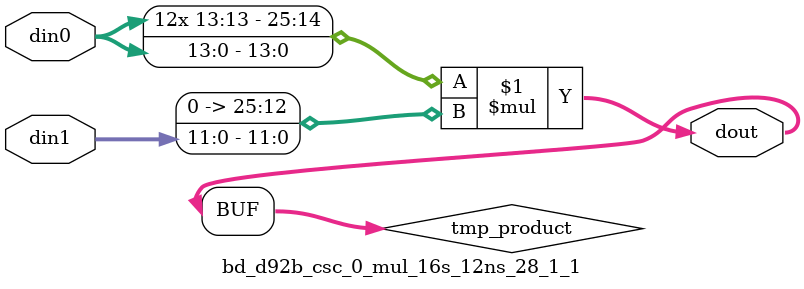
<source format=v>

`timescale 1 ns / 1 ps

  module bd_d92b_csc_0_mul_16s_12ns_28_1_1(din0, din1, dout);
parameter ID = 1;
parameter NUM_STAGE = 0;
parameter din0_WIDTH = 14;
parameter din1_WIDTH = 12;
parameter dout_WIDTH = 26;

input [din0_WIDTH - 1 : 0] din0; 
input [din1_WIDTH - 1 : 0] din1; 
output [dout_WIDTH - 1 : 0] dout;

wire signed [dout_WIDTH - 1 : 0] tmp_product;












assign tmp_product = $signed(din0) * $signed({1'b0, din1});









assign dout = tmp_product;







endmodule

</source>
